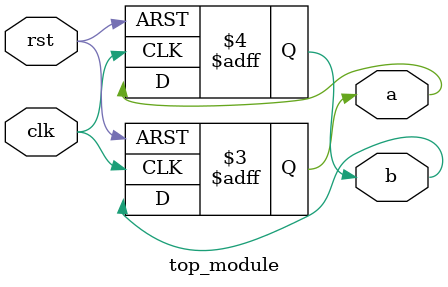
<source format=v>
module top_module (
    input clk,        
    input rst,        
    output reg a,     
    output reg b      
);

initial begin
    a = 1'b1;  
    b = 1'b0;  
end

always @(posedge clk or posedge rst) begin
    if (rst) begin
        a <= 1'b0;
        b <= 1'b0;
    end else begin
        a <= b;
        b <= a;
    end
end

endmodule

</source>
